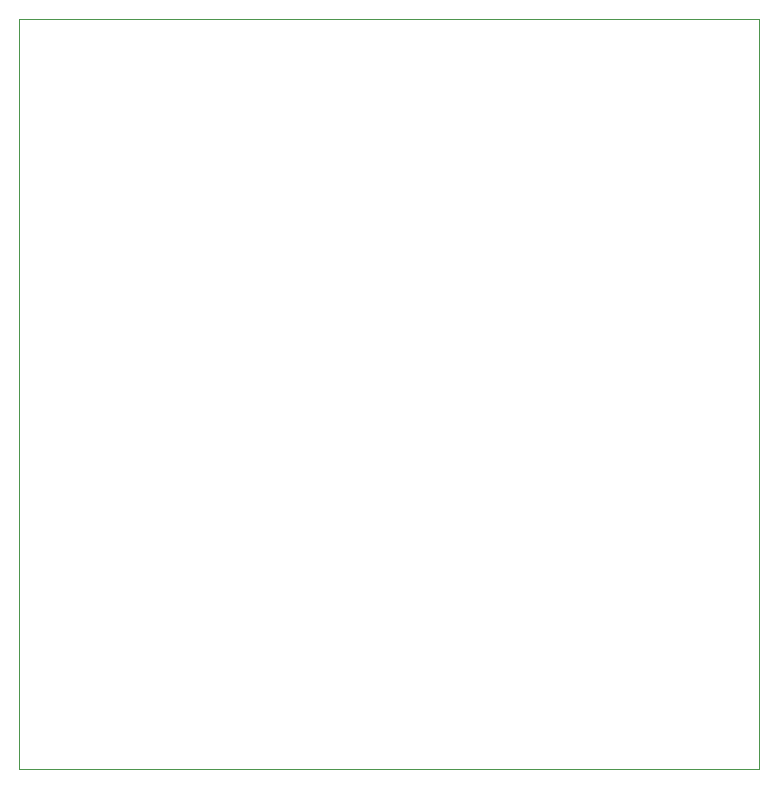
<source format=gm1>
G04 #@! TF.GenerationSoftware,KiCad,Pcbnew,8.0.7*
G04 #@! TF.CreationDate,2025-02-15T14:10:28-06:00*
G04 #@! TF.ProjectId,Rocket,526f636b-6574-42e6-9b69-6361645f7063,rev?*
G04 #@! TF.SameCoordinates,Original*
G04 #@! TF.FileFunction,Profile,NP*
%FSLAX46Y46*%
G04 Gerber Fmt 4.6, Leading zero omitted, Abs format (unit mm)*
G04 Created by KiCad (PCBNEW 8.0.7) date 2025-02-15 14:10:28*
%MOMM*%
%LPD*%
G01*
G04 APERTURE LIST*
G04 #@! TA.AperFunction,Profile*
%ADD10C,0.050000*%
G04 #@! TD*
G04 APERTURE END LIST*
D10*
X102800000Y-36800000D02*
X165500000Y-36800000D01*
X165500000Y-100300000D01*
X102800000Y-100300000D01*
X102800000Y-36800000D01*
M02*

</source>
